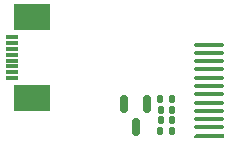
<source format=gbr>
%TF.GenerationSoftware,KiCad,Pcbnew,6.0.4*%
%TF.CreationDate,2022-06-18T10:37:32+08:00*%
%TF.ProjectId,screen_sub_board,73637265-656e-45f7-9375-625f626f6172,rev?*%
%TF.SameCoordinates,Original*%
%TF.FileFunction,Soldermask,Top*%
%TF.FilePolarity,Negative*%
%FSLAX46Y46*%
G04 Gerber Fmt 4.6, Leading zero omitted, Abs format (unit mm)*
G04 Created by KiCad (PCBNEW 6.0.4) date 2022-06-18 10:37:32*
%MOMM*%
%LPD*%
G01*
G04 APERTURE LIST*
G04 Aperture macros list*
%AMRoundRect*
0 Rectangle with rounded corners*
0 $1 Rounding radius*
0 $2 $3 $4 $5 $6 $7 $8 $9 X,Y pos of 4 corners*
0 Add a 4 corners polygon primitive as box body*
4,1,4,$2,$3,$4,$5,$6,$7,$8,$9,$2,$3,0*
0 Add four circle primitives for the rounded corners*
1,1,$1+$1,$2,$3*
1,1,$1+$1,$4,$5*
1,1,$1+$1,$6,$7*
1,1,$1+$1,$8,$9*
0 Add four rect primitives between the rounded corners*
20,1,$1+$1,$2,$3,$4,$5,0*
20,1,$1+$1,$4,$5,$6,$7,0*
20,1,$1+$1,$6,$7,$8,$9,0*
20,1,$1+$1,$8,$9,$2,$3,0*%
%AMOutline5P*
0 Free polygon, 5 corners , with rotation*
0 The origin of the aperture is its center*
0 number of corners: always 5*
0 $1 to $10 corner X, Y*
0 $11 Rotation angle, in degrees counterclockwise*
0 create outline with 5 corners*
4,1,5,$1,$2,$3,$4,$5,$6,$7,$8,$9,$10,$1,$2,$11*%
%AMOutline6P*
0 Free polygon, 6 corners , with rotation*
0 The origin of the aperture is its center*
0 number of corners: always 6*
0 $1 to $12 corner X, Y*
0 $13 Rotation angle, in degrees counterclockwise*
0 create outline with 6 corners*
4,1,6,$1,$2,$3,$4,$5,$6,$7,$8,$9,$10,$11,$12,$1,$2,$13*%
%AMOutline7P*
0 Free polygon, 7 corners , with rotation*
0 The origin of the aperture is its center*
0 number of corners: always 7*
0 $1 to $14 corner X, Y*
0 $15 Rotation angle, in degrees counterclockwise*
0 create outline with 7 corners*
4,1,7,$1,$2,$3,$4,$5,$6,$7,$8,$9,$10,$11,$12,$13,$14,$1,$2,$15*%
%AMOutline8P*
0 Free polygon, 8 corners , with rotation*
0 The origin of the aperture is its center*
0 number of corners: always 8*
0 $1 to $16 corner X, Y*
0 $17 Rotation angle, in degrees counterclockwise*
0 create outline with 8 corners*
4,1,8,$1,$2,$3,$4,$5,$6,$7,$8,$9,$10,$11,$12,$13,$14,$15,$16,$1,$2,$17*%
G04 Aperture macros list end*
%ADD10RoundRect,0.150000X-0.150000X0.587500X-0.150000X-0.587500X0.150000X-0.587500X0.150000X0.587500X0*%
%ADD11RoundRect,0.135000X0.135000X0.185000X-0.135000X0.185000X-0.135000X-0.185000X0.135000X-0.185000X0*%
%ADD12R,1.100000X0.300000*%
%ADD13R,3.100000X2.300000*%
%ADD14RoundRect,0.140000X0.140000X0.170000X-0.140000X0.170000X-0.140000X-0.170000X0.140000X-0.170000X0*%
%ADD15Outline5P,-1.250000X0.000000X-1.075000X0.175000X1.250000X0.175000X1.250000X-0.175000X-1.250000X-0.175000X0.000000*%
%ADD16RoundRect,0.087500X-1.162500X-0.087500X1.162500X-0.087500X1.162500X0.087500X-1.162500X0.087500X0*%
%ADD17RoundRect,0.135000X-0.135000X-0.185000X0.135000X-0.185000X0.135000X0.185000X-0.135000X0.185000X0*%
G04 APERTURE END LIST*
D10*
%TO.C,Q1*%
X141750000Y-102762500D03*
X139850000Y-102762500D03*
X140800000Y-104637500D03*
%TD*%
D11*
%TO.C,R1*%
X143910000Y-105000000D03*
X142890000Y-105000000D03*
%TD*%
D12*
%TO.C,J1*%
X130325000Y-100550000D03*
X130325000Y-100050000D03*
X130325000Y-99550000D03*
X130325000Y-99050000D03*
X130325000Y-98550000D03*
X130325000Y-98050000D03*
X130325000Y-97550000D03*
X130325000Y-97050000D03*
D13*
X132025000Y-102220000D03*
X132025000Y-95380000D03*
%TD*%
D14*
%TO.C,C1*%
X143880000Y-103200000D03*
X142920000Y-103200000D03*
%TD*%
D15*
%TO.C,U1*%
X146975000Y-105400000D03*
D16*
X146975000Y-104700000D03*
X146975000Y-104000000D03*
X146975000Y-103300000D03*
X146975000Y-102600000D03*
X146975000Y-101900000D03*
X146975000Y-101200000D03*
X146975000Y-100500000D03*
X146975000Y-99800000D03*
X146975000Y-99100000D03*
X146975000Y-98400000D03*
X146975000Y-97700000D03*
%TD*%
D17*
%TO.C,R2*%
X142890000Y-102300000D03*
X143910000Y-102300000D03*
%TD*%
D14*
%TO.C,C2*%
X143880000Y-104100000D03*
X142920000Y-104100000D03*
%TD*%
M02*

</source>
